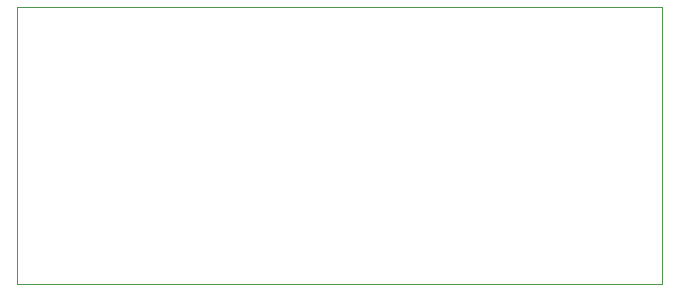
<source format=gbr>
G04 #@! TF.GenerationSoftware,KiCad,Pcbnew,(5.1.0)-1*
G04 #@! TF.CreationDate,2021-03-25T12:05:33+01:00*
G04 #@! TF.ProjectId,Oszi_Prototyp1,4f737a69-5f50-4726-9f74-6f747970312e,rev?*
G04 #@! TF.SameCoordinates,Original*
G04 #@! TF.FileFunction,Profile,NP*
%FSLAX46Y46*%
G04 Gerber Fmt 4.6, Leading zero omitted, Abs format (unit mm)*
G04 Created by KiCad (PCBNEW (5.1.0)-1) date 2021-03-25 12:05:33*
%MOMM*%
%LPD*%
G04 APERTURE LIST*
%ADD10C,0.100000*%
%ADD11C,0.050000*%
G04 APERTURE END LIST*
D10*
X181610000Y-45720000D02*
X181610000Y-69215000D01*
X127000000Y-45720000D02*
X181610000Y-45720000D01*
X127000000Y-69215000D02*
X127000000Y-45720000D01*
X181610000Y-69215000D02*
X127000000Y-69215000D01*
D11*
X181610000Y-45720000D02*
X127000000Y-45720000D01*
X181610000Y-69215000D02*
X181610000Y-45720000D01*
X127000000Y-69215000D02*
X181610000Y-69215000D01*
X127000000Y-45720000D02*
X127000000Y-69215000D01*
M02*

</source>
